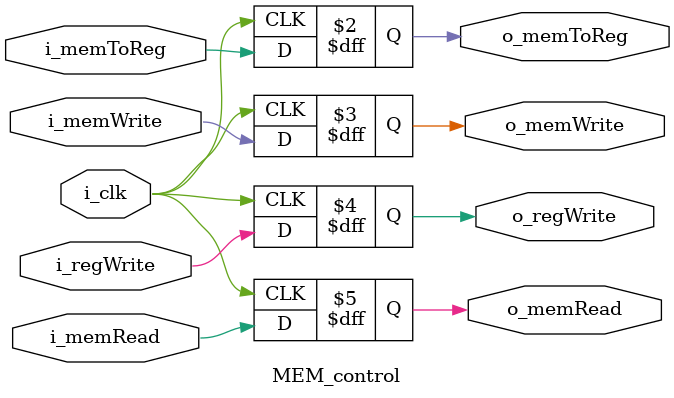
<source format=v>
module MEM_control(
		i_clk,

		i_memToReg,
		i_memWrite,
		i_regWrite,
		i_memRead,

   		o_memToReg,
    		o_memWrite,
    		o_regWrite,
    		o_memRead
);

input     i_clk;
input     i_memToReg;
input     i_memWrite;
input     i_regWrite;
input     i_memRead;

output   reg  o_memToReg;
output   reg  o_memWrite;
output   reg o_regWrite;
output   reg o_memRead;

always @(posedge i_clk) begin

o_memToReg <= i_memToReg;
o_memWrite <= i_memWrite;
o_regWrite <= i_regWrite;
o_memRead <= i_memRead;

end
endmodule

</source>
